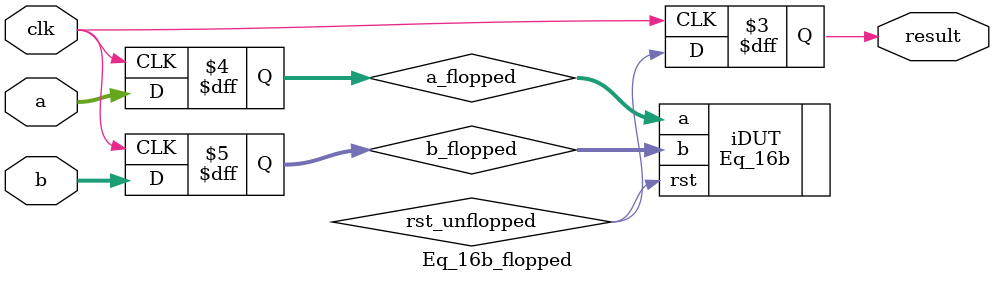
<source format=sv>
`default_nettype none

module Eq_16b_flopped (
    input wire [15:0] a,
    input wire [15:0] b,
    input wire clk,          // Clock input for the flops
    output reg result
);

    wire rst_unflopped;
    reg [15:0] a_flopped, b_flopped;

    // Flop the inputs
    always @(posedge clk) begin
        a_flopped <= a;
        b_flopped <= b;
    end

    // Instantiate the module
    Eq_16b iDUT (
        .a(a_flopped),
        .b(b_flopped),
        .rst(rst_unflopped)
    );

    // Flop the output
    always @(posedge clk) begin
        result <= rst_unflopped;
    end

endmodule

`default_nettype wire
</source>
